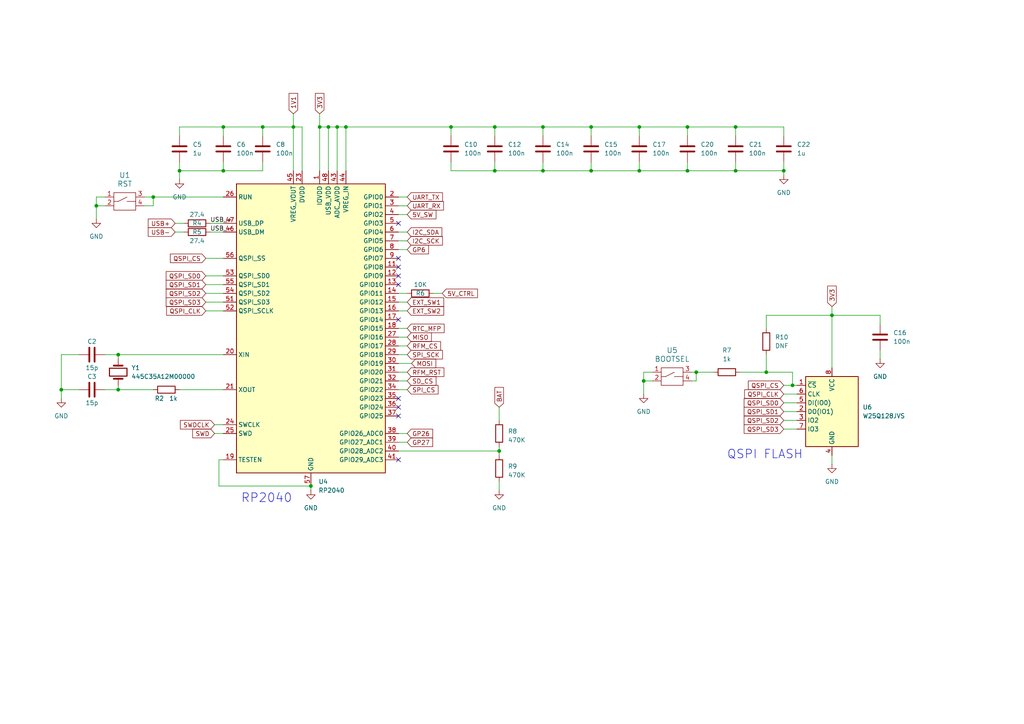
<source format=kicad_sch>
(kicad_sch (version 20231120) (generator "eeschema") (generator_version "8.0")
  (paper "A4")
  (lib_symbols
    (symbol "2024-05-28_14-35-54:PTS526_SK15_SMTR2_LFS" (pin_names (offset 0.254))
      (property "Reference" "U" (at 20.32 10.16 0))
      (property "Value" "PTS526 SK15 SMTR2 LFS" (at 20.32 7.62 0))
      (symbol "PTS526_SK15_SMTR2_LFS_1_1"
        (rectangle (start -3.81 1.27) (end 2.54 -3.81))
        (polyline (pts (xy -3.81 -1.27) (xy -2.54 -1.27)))
        (polyline (pts (xy -2.54 -1.27) (xy 0 0)))
        (polyline (pts (xy 2.54 -1.27) (xy 0 -1.27)))
        (pin passive line (at -6.35 0 0) (length 2.54) (name "") (number "1"))
        (pin passive line (at -6.35 -2.54 0) (length 2.54) (name "") (number "2"))
        (pin passive line (at 5.08 0 180) (length 2.54) (name "") (number "3"))
        (pin passive line (at 5.08 -2.54 180) (length 2.54) (name "") (number "4"))
      )
    )
    (symbol "Device:C" (pin_numbers hide) (pin_names (offset 0.254))
      (property "Reference" "C" (at 0.635 2.54 0))
      (property "Value" "C" (at 0.635 -2.54 0))
      (symbol "C_0_1"
        (polyline (pts (xy -2.032 -0.762) (xy 2.032 -0.762)) (stroke (width 0.508)))
        (polyline (pts (xy -2.032 0.762) (xy 2.032 0.762)) (stroke (width 0.508)))
      )
      (symbol "C_1_1"
        (pin passive line (at 0 3.81 270) (length 2.794) (name "~") (number "1"))
        (pin passive line (at 0 -3.81 90) (length 2.794) (name "~") (number "2"))
      )
    )
    (symbol "Device:Crystal" (pin_numbers hide) (pin_names (offset 1.016) hide)
      (property "Reference" "Y" (at 0 3.81 0))
      (property "Value" "Crystal" (at 0 -3.81 0))
      (symbol "Crystal_0_1"
        (rectangle (start -1.143 2.54) (end 1.143 -2.54) (stroke (width 0.3048)))
        (polyline (pts (xy -2.54 0) (xy -1.905 0)))
        (polyline (pts (xy -1.905 -1.27) (xy -1.905 1.27)) (stroke (width 0.508)))
        (polyline (pts (xy 1.905 -1.27) (xy 1.905 1.27)) (stroke (width 0.508)))
        (polyline (pts (xy 2.54 0) (xy 1.905 0)))
      )
      (symbol "Crystal_1_1"
        (pin passive line (at -3.81 0 0) (length 1.27) (name "1") (number "1"))
        (pin passive line (at 3.81 0 180) (length 1.27) (name "2") (number "2"))
      )
    )
    (symbol "Device:R" (pin_numbers hide) (pin_names (offset 0))
      (property "Reference" "R" (at 2.032 0 90))
      (property "Value" "R" (at 0 0 90))
      (symbol "R_0_1"
        (rectangle (start -1.016 -2.54) (end 1.016 2.54) (stroke (width 0.254)))
      )
      (symbol "R_1_1"
        (pin passive line (at 0 3.81 270) (length 1.27) (name "~") (number "1"))
        (pin passive line (at 0 -3.81 90) (length 1.27) (name "~") (number "2"))
      )
    )
    (symbol "GND_2" (power) (pin_numbers hide) (pin_names (offset 0) hide)
      (property "Value" "GND" (at 0 -3.81 0))
      (symbol "GND_2_0_1"
        (polyline (pts (xy 0 0) (xy 0 -1.27) (xy 1.27 -1.27) (xy 0 -2.54) (xy -1.27 -1.27) (xy 0 -1.27)))
      )
      (symbol "GND_2_1_1"
        (pin power_in line (at 0 0 270) (length 0) (name "~") (number "1"))
      )
    )
    (symbol "MCU_RaspberryPi:RP2040"
      (property "Reference" "U" (at 17.78 45.72 0))
      (property "Value" "RP2040" (at 17.78 43.18 0))
      (symbol "RP2040_0_1"
        (rectangle (start -21.59 41.91) (end 21.59 -41.91) (stroke (width 0.254)) (fill (type background)))
      )
      (symbol "RP2040_1_1"
        (pin power_in line (at 2.54 45.72 270) (length 3.81) (name "IOVDD") (number "1"))
        (pin passive line (at 2.54 45.72 270) (length 3.81) hide (name "IOVDD") (number "10"))
        (pin bidirectional line (at 25.4 17.78 180) (length 3.81) (name "GPIO8") (number "11"))
        (pin bidirectional line (at 25.4 15.24 180) (length 3.81) (name "GPIO9") (number "12"))
        (pin bidirectional line (at 25.4 12.7 180) (length 3.81) (name "GPIO10") (number "13"))
        (pin bidirectional line (at 25.4 10.16 180) (length 3.81) (name "GPIO11") (number "14"))
        (pin bidirectional line (at 25.4 7.62 180) (length 3.81) (name "GPIO12") (number "15"))
        (pin bidirectional line (at 25.4 5.08 180) (length 3.81) (name "GPIO13") (number "16"))
        (pin bidirectional line (at 25.4 2.54 180) (length 3.81) (name "GPIO14") (number "17"))
        (pin bidirectional line (at 25.4 0 180) (length 3.81) (name "GPIO15") (number "18"))
        (pin input line (at -25.4 -38.1 0) (length 3.81) (name "TESTEN") (number "19"))
        (pin bidirectional line (at 25.4 38.1 180) (length 3.81) (name "GPIO0") (number "2"))
        (pin input line (at -25.4 -7.62 0) (length 3.81) (name "XIN") (number "20"))
        (pin passive line (at -25.4 -17.78 0) (length 3.81) (name "XOUT") (number "21"))
        (pin passive line (at 2.54 45.72 270) (length 3.81) hide (name "IOVDD") (number "22"))
        (pin power_in line (at -2.54 45.72 270) (length 3.81) (name "DVDD") (number "23"))
        (pin input line (at -25.4 -27.94 0) (length 3.81) (name "SWCLK") (number "24"))
        (pin bidirectional line (at -25.4 -30.48 0) (length 3.81) (name "SWD") (number "25"))
        (pin input line (at -25.4 38.1 0) (length 3.81) (name "RUN") (number "26"))
        (pin bidirectional line (at 25.4 -2.54 180) (length 3.81) (name "GPIO16") (number "27"))
        (pin bidirectional line (at 25.4 -5.08 180) (length 3.81) (name "GPIO17") (number "28"))
        (pin bidirectional line (at 25.4 -7.62 180) (length 3.81) (name "GPIO18") (number "29"))
        (pin bidirectional line (at 25.4 35.56 180) (length 3.81) (name "GPIO1") (number "3"))
        (pin bidirectional line (at 25.4 -10.16 180) (length 3.81) (name "GPIO19") (number "30"))
        (pin bidirectional line (at 25.4 -12.7 180) (length 3.81) (name "GPIO20") (number "31"))
        (pin bidirectional line (at 25.4 -15.24 180) (length 3.81) (name "GPIO21") (number "32"))
        (pin passive line (at 2.54 45.72 270) (length 3.81) hide (name "IOVDD") (number "33"))
        (pin bidirectional line (at 25.4 -17.78 180) (length 3.81) (name "GPIO22") (number "34"))
        (pin bidirectional line (at 25.4 -20.32 180) (length 3.81) (name "GPIO23") (number "35"))
        (pin bidirectional line (at 25.4 -22.86 180) (length 3.81) (name "GPIO24") (number "36"))
        (pin bidirectional line (at 25.4 -25.4 180) (length 3.81) (name "GPIO25") (number "37"))
        (pin bidirectional line (at 25.4 -30.48 180) (length 3.81) (name "GPIO26_ADC0") (number "38"))
        (pin bidirectional line (at 25.4 -33.02 180) (length 3.81) (name "GPIO27_ADC1") (number "39"))
        (pin bidirectional line (at 25.4 33.02 180) (length 3.81) (name "GPIO2") (number "4"))
        (pin bidirectional line (at 25.4 -35.56 180) (length 3.81) (name "GPIO28_ADC2") (number "40"))
        (pin bidirectional line (at 25.4 -38.1 180) (length 3.81) (name "GPIO29_ADC3") (number "41"))
        (pin passive line (at 2.54 45.72 270) (length 3.81) hide (name "IOVDD") (number "42"))
        (pin power_in line (at 7.62 45.72 270) (length 3.81) (name "ADC_AVDD") (number "43"))
        (pin power_in line (at 10.16 45.72 270) (length 3.81) (name "VREG_IN") (number "44"))
        (pin power_out line (at -5.08 45.72 270) (length 3.81) (name "VREG_VOUT") (number "45"))
        (pin bidirectional line (at -25.4 27.94 0) (length 3.81) (name "USB_DM") (number "46"))
        (pin bidirectional line (at -25.4 30.48 0) (length 3.81) (name "USB_DP") (number "47"))
        (pin power_in line (at 5.08 45.72 270) (length 3.81) (name "USB_VDD") (number "48"))
        (pin passive line (at 2.54 45.72 270) (length 3.81) hide (name "IOVDD") (number "49"))
        (pin bidirectional line (at 25.4 30.48 180) (length 3.81) (name "GPIO3") (number "5"))
        (pin passive line (at -2.54 45.72 270) (length 3.81) hide (name "DVDD") (number "50"))
        (pin bidirectional line (at -25.4 7.62 0) (length 3.81) (name "QSPI_SD3") (number "51"))
        (pin output line (at -25.4 5.08 0) (length 3.81) (name "QSPI_SCLK") (number "52"))
        (pin bidirectional line (at -25.4 15.24 0) (length 3.81) (name "QSPI_SD0") (number "53"))
        (pin bidirectional line (at -25.4 10.16 0) (length 3.81) (name "QSPI_SD2") (number "54"))
        (pin bidirectional line (at -25.4 12.7 0) (length 3.81) (name "QSPI_SD1") (number "55"))
        (pin bidirectional line (at -25.4 20.32 0) (length 3.81) (name "QSPI_SS") (number "56"))
        (pin power_in line (at 0 -45.72 90) (length 3.81) (name "GND") (number "57"))
        (pin bidirectional line (at 25.4 27.94 180) (length 3.81) (name "GPIO4") (number "6"))
        (pin bidirectional line (at 25.4 25.4 180) (length 3.81) (name "GPIO5") (number "7"))
        (pin bidirectional line (at 25.4 22.86 180) (length 3.81) (name "GPIO6") (number "8"))
        (pin bidirectional line (at 25.4 20.32 180) (length 3.81) (name "GPIO7") (number "9"))
      )
    )
    (symbol "Memory_Flash:W25Q128JVS"
      (property "Reference" "U" (at -8.89 8.89 0))
      (property "Value" "W25Q128JVS" (at 7.62 8.89 0))
      (symbol "W25Q128JVS_0_1"
        (rectangle (start -7.62 10.16) (end 7.62 -10.16) (stroke (width 0.254)) (fill (type background)))
      )
      (symbol "W25Q128JVS_1_1"
        (pin input line (at -10.16 7.62 0) (length 2.54) (name "~{CS}") (number "1"))
        (pin bidirectional line (at -10.16 0 0) (length 2.54) (name "DO(IO1)") (number "2"))
        (pin bidirectional line (at -10.16 -2.54 0) (length 2.54) (name "IO2") (number "3"))
        (pin power_in line (at 0 -12.7 90) (length 2.54) (name "GND") (number "4"))
        (pin bidirectional line (at -10.16 2.54 0) (length 2.54) (name "DI(IO0)") (number "5"))
        (pin input line (at -10.16 5.08 0) (length 2.54) (name "CLK") (number "6"))
        (pin bidirectional line (at -10.16 -5.08 0) (length 2.54) (name "IO3") (number "7"))
        (pin power_in line (at 0 12.7 270) (length 2.54) (name "VCC") (number "8"))
      )
    )
    (symbol "PTS526_SK15_SMTR2_LFS_1" (pin_names (offset 0.254))
      (property "Reference" "U" (at 20.32 10.16 0))
      (property "Value" "PTS526 SK15 SMTR2 LFS" (at 20.32 7.62 0))
      (symbol "PTS526_SK15_SMTR2_LFS_1_1_1"
        (rectangle (start -3.81 1.27) (end 2.54 -3.81))
        (polyline (pts (xy -3.81 -1.27) (xy -2.54 -1.27)))
        (polyline (pts (xy -2.54 -1.27) (xy 0 0)))
        (polyline (pts (xy 2.54 -1.27) (xy 0 -1.27)))
        (pin passive line (at -6.35 0 0) (length 2.54) (name "") (number "1"))
        (pin passive line (at -6.35 -2.54 0) (length 2.54) (name "") (number "2"))
        (pin passive line (at 5.08 0 180) (length 2.54) (name "") (number "3"))
        (pin passive line (at 5.08 -2.54 180) (length 2.54) (name "") (number "4"))
      )
    )
    (symbol "power:GND" (power) (pin_numbers hide) (pin_names (offset 0) hide)
      (property "Value" "GND" (at 0 -3.81 0))
      (symbol "GND_0_1"
        (polyline (pts (xy 0 0) (xy 0 -1.27) (xy 1.27 -1.27) (xy 0 -2.54) (xy -1.27 -1.27) (xy 0 -1.27)))
      )
      (symbol "GND_1_1"
        (pin power_in line (at 0 0 270) (length 0) (name "~") (number "1"))
      )
    )
  )
  (junction (at 52.07 49.53))
  (junction (at 185.42 49.53))
  (junction (at 213.36 36.83))
  (junction (at 64.77 36.83))
  (junction (at 171.45 36.83))
  (junction (at 171.45 49.53))
  (junction (at 157.48 36.83))
  (junction (at 90.17 140.97))
  (junction (at 34.29 113.03))
  (junction (at 213.36 49.53))
  (junction (at 130.81 36.83))
  (junction (at 143.51 49.53))
  (junction (at 186.69 110.49))
  (junction (at 199.39 49.53))
  (junction (at 185.42 36.83))
  (junction (at 157.48 49.53))
  (junction (at 85.09 36.83))
  (junction (at 143.51 36.83))
  (junction (at 34.29 102.87))
  (junction (at 76.2 36.83))
  (junction (at 64.77 49.53))
  (junction (at 241.3 91.44))
  (junction (at 100.33 36.83))
  (junction (at 17.78 113.03))
  (junction (at 95.25 36.83))
  (junction (at 201.93 107.95))
  (junction (at 27.94 59.69))
  (junction (at 227.33 49.53))
  (junction (at 199.39 36.83))
  (junction (at 229.87 111.76))
  (junction (at 92.71 36.83))
  (junction (at 97.79 36.83))
  (junction (at 44.45 57.15))
  (junction (at 222.25 107.95))
  (junction (at 144.78 130.81))
  (no_connect (at 115.57 92.71))
  (no_connect (at 115.57 120.65))
  (no_connect (at 115.57 64.77))
  (no_connect (at 115.57 74.93))
  (no_connect (at 115.57 133.35))
  (no_connect (at 115.57 115.57))
  (no_connect (at 115.57 82.55))
  (no_connect (at 115.57 80.01))
  (no_connect (at 115.57 118.11))
  (no_connect (at 115.57 77.47))
  (wire (pts (xy 59.69 74.93) (xy 64.77 74.93)))
  (wire (pts (xy 241.3 91.44) (xy 241.3 88.9)))
  (wire (pts (xy 62.23 125.73) (xy 64.77 125.73)))
  (wire (pts (xy 64.77 36.83) (xy 52.07 36.83)))
  (wire (pts (xy 64.77 36.83) (xy 64.77 39.37)))
  (wire (pts (xy 27.94 57.15) (xy 30.48 57.15)))
  (wire (pts (xy 100.33 36.83) (xy 130.81 36.83)))
  (wire (pts (xy 87.63 36.83) (xy 87.63 49.53)))
  (wire (pts (xy 144.78 130.81) (xy 144.78 132.08)))
  (wire (pts (xy 115.57 72.39) (xy 118.11 72.39)))
  (wire (pts (xy 17.78 113.03) (xy 17.78 115.57)))
  (wire (pts (xy 59.69 82.55) (xy 64.77 82.55)))
  (wire (pts (xy 59.69 80.01) (xy 64.77 80.01)))
  (wire (pts (xy 85.09 33.02) (xy 85.09 36.83)))
  (wire (pts (xy 85.09 49.53) (xy 85.09 36.83)))
  (wire (pts (xy 227.33 116.84) (xy 231.14 116.84)))
  (wire (pts (xy 115.57 95.25) (xy 118.11 95.25)))
  (wire (pts (xy 255.27 101.6) (xy 255.27 104.14)))
  (wire (pts (xy 222.25 107.95) (xy 229.87 107.95)))
  (wire (pts (xy 186.69 107.95) (xy 186.69 110.49)))
  (wire (pts (xy 115.57 105.41) (xy 119.38 105.41)))
  (wire (pts (xy 27.94 59.69) (xy 30.48 59.69)))
  (wire (pts (xy 227.33 36.83) (xy 227.33 39.37)))
  (wire (pts (xy 34.29 104.14) (xy 34.29 102.87)))
  (wire (pts (xy 115.57 110.49) (xy 118.11 110.49)))
  (wire (pts (xy 115.57 69.85) (xy 118.11 69.85)))
  (wire (pts (xy 34.29 113.03) (xy 44.45 113.03)))
  (wire (pts (xy 34.29 102.87) (xy 30.48 102.87)))
  (wire (pts (xy 125.73 85.09) (xy 128.27 85.09)))
  (wire (pts (xy 255.27 93.98) (xy 255.27 91.44)))
  (wire (pts (xy 130.81 36.83) (xy 143.51 36.83)))
  (wire (pts (xy 92.71 33.02) (xy 92.71 36.83)))
  (wire (pts (xy 115.57 97.79) (xy 118.11 97.79)))
  (wire (pts (xy 144.78 118.11) (xy 144.78 121.92)))
  (wire (pts (xy 199.39 49.53) (xy 213.36 49.53)))
  (wire (pts (xy 63.5 133.35) (xy 63.5 140.97)))
  (wire (pts (xy 222.25 107.95) (xy 214.63 107.95)))
  (wire (pts (xy 97.79 36.83) (xy 97.79 49.53)))
  (wire (pts (xy 143.51 36.83) (xy 157.48 36.83)))
  (wire (pts (xy 227.33 124.46) (xy 231.14 124.46)))
  (wire (pts (xy 63.5 140.97) (xy 90.17 140.97)))
  (wire (pts (xy 115.57 128.27) (xy 118.11 128.27)))
  (wire (pts (xy 41.91 59.69) (xy 44.45 59.69)))
  (wire (pts (xy 213.36 49.53) (xy 227.33 49.53)))
  (wire (pts (xy 229.87 107.95) (xy 229.87 111.76)))
  (wire (pts (xy 60.96 67.31) (xy 64.77 67.31)))
  (wire (pts (xy 157.48 49.53) (xy 171.45 49.53)))
  (wire (pts (xy 130.81 49.53) (xy 143.51 49.53)))
  (wire (pts (xy 92.71 49.53) (xy 92.71 36.83)))
  (wire (pts (xy 115.57 87.63) (xy 118.11 87.63)))
  (wire (pts (xy 227.33 121.92) (xy 231.14 121.92)))
  (wire (pts (xy 144.78 129.54) (xy 144.78 130.81)))
  (wire (pts (xy 199.39 36.83) (xy 213.36 36.83)))
  (wire (pts (xy 115.57 113.03) (xy 118.11 113.03)))
  (wire (pts (xy 115.57 59.69) (xy 118.11 59.69)))
  (wire (pts (xy 41.91 57.15) (xy 44.45 57.15)))
  (wire (pts (xy 85.09 36.83) (xy 76.2 36.83)))
  (wire (pts (xy 76.2 36.83) (xy 64.77 36.83)))
  (wire (pts (xy 227.33 49.53) (xy 227.33 50.8)))
  (wire (pts (xy 171.45 46.99) (xy 171.45 49.53)))
  (wire (pts (xy 185.42 36.83) (xy 199.39 36.83)))
  (wire (pts (xy 76.2 36.83) (xy 76.2 39.37)))
  (wire (pts (xy 115.57 67.31) (xy 118.11 67.31)))
  (wire (pts (xy 59.69 87.63) (xy 64.77 87.63)))
  (wire (pts (xy 185.42 49.53) (xy 199.39 49.53)))
  (wire (pts (xy 95.25 36.83) (xy 97.79 36.83)))
  (wire (pts (xy 227.33 111.76) (xy 229.87 111.76)))
  (wire (pts (xy 227.33 49.53) (xy 227.33 46.99)))
  (wire (pts (xy 59.69 90.17) (xy 64.77 90.17)))
  (wire (pts (xy 115.57 107.95) (xy 118.11 107.95)))
  (wire (pts (xy 64.77 49.53) (xy 52.07 49.53)))
  (wire (pts (xy 222.25 102.87) (xy 222.25 107.95)))
  (wire (pts (xy 157.48 46.99) (xy 157.48 49.53)))
  (wire (pts (xy 157.48 36.83) (xy 157.48 39.37)))
  (wire (pts (xy 143.51 36.83) (xy 143.51 39.37)))
  (wire (pts (xy 60.96 64.77) (xy 64.77 64.77)))
  (wire (pts (xy 171.45 49.53) (xy 185.42 49.53)))
  (wire (pts (xy 199.39 46.99) (xy 199.39 49.53)))
  (wire (pts (xy 115.57 100.33) (xy 118.11 100.33)))
  (wire (pts (xy 229.87 111.76) (xy 231.14 111.76)))
  (wire (pts (xy 157.48 36.83) (xy 171.45 36.83)))
  (wire (pts (xy 171.45 36.83) (xy 171.45 39.37)))
  (wire (pts (xy 52.07 36.83) (xy 52.07 39.37)))
  (wire (pts (xy 50.8 67.31) (xy 53.34 67.31)))
  (wire (pts (xy 50.8 64.77) (xy 53.34 64.77)))
  (wire (pts (xy 76.2 49.53) (xy 64.77 49.53)))
  (wire (pts (xy 255.27 91.44) (xy 241.3 91.44)))
  (wire (pts (xy 130.81 36.83) (xy 130.81 39.37)))
  (wire (pts (xy 44.45 57.15) (xy 64.77 57.15)))
  (wire (pts (xy 44.45 59.69) (xy 44.45 57.15)))
  (wire (pts (xy 130.81 46.99) (xy 130.81 49.53)))
  (wire (pts (xy 227.33 119.38) (xy 231.14 119.38)))
  (wire (pts (xy 59.69 85.09) (xy 64.77 85.09)))
  (wire (pts (xy 222.25 91.44) (xy 241.3 91.44)))
  (wire (pts (xy 115.57 62.23) (xy 118.11 62.23)))
  (wire (pts (xy 115.57 85.09) (xy 118.11 85.09)))
  (wire (pts (xy 34.29 102.87) (xy 64.77 102.87)))
  (wire (pts (xy 144.78 139.7) (xy 144.78 142.24)))
  (wire (pts (xy 64.77 133.35) (xy 63.5 133.35)))
  (wire (pts (xy 227.33 114.3) (xy 231.14 114.3)))
  (wire (pts (xy 34.29 113.03) (xy 30.48 113.03)))
  (wire (pts (xy 200.66 107.95) (xy 201.93 107.95)))
  (wire (pts (xy 22.86 102.87) (xy 17.78 102.87)))
  (wire (pts (xy 92.71 36.83) (xy 95.25 36.83)))
  (wire (pts (xy 115.57 57.15) (xy 118.11 57.15)))
  (wire (pts (xy 213.36 46.99) (xy 213.36 49.53)))
  (wire (pts (xy 171.45 36.83) (xy 185.42 36.83)))
  (wire (pts (xy 27.94 59.69) (xy 27.94 63.5)))
  (wire (pts (xy 115.57 130.81) (xy 144.78 130.81)))
  (wire (pts (xy 17.78 102.87) (xy 17.78 113.03)))
  (wire (pts (xy 115.57 125.73) (xy 118.11 125.73)))
  (wire (pts (xy 186.69 107.95) (xy 189.23 107.95)))
  (wire (pts (xy 241.3 91.44) (xy 241.3 106.68)))
  (wire (pts (xy 17.78 113.03) (xy 22.86 113.03)))
  (wire (pts (xy 186.69 110.49) (xy 186.69 114.3)))
  (wire (pts (xy 201.93 110.49) (xy 201.93 107.95)))
  (wire (pts (xy 200.66 110.49) (xy 201.93 110.49)))
  (wire (pts (xy 143.51 49.53) (xy 157.48 49.53)))
  (wire (pts (xy 241.3 132.08) (xy 241.3 134.62)))
  (wire (pts (xy 115.57 102.87) (xy 118.11 102.87)))
  (wire (pts (xy 185.42 46.99) (xy 185.42 49.53)))
  (wire (pts (xy 90.17 140.97) (xy 90.17 142.24)))
  (wire (pts (xy 87.63 36.83) (xy 85.09 36.83)))
  (wire (pts (xy 62.23 123.19) (xy 64.77 123.19)))
  (wire (pts (xy 76.2 46.99) (xy 76.2 49.53)))
  (wire (pts (xy 222.25 95.25) (xy 222.25 91.44)))
  (wire (pts (xy 213.36 36.83) (xy 213.36 39.37)))
  (wire (pts (xy 201.93 107.95) (xy 207.01 107.95)))
  (wire (pts (xy 115.57 90.17) (xy 118.11 90.17)))
  (wire (pts (xy 52.07 113.03) (xy 64.77 113.03)))
  (wire (pts (xy 199.39 36.83) (xy 199.39 39.37)))
  (wire (pts (xy 95.25 36.83) (xy 95.25 49.53)))
  (wire (pts (xy 64.77 46.99) (xy 64.77 49.53)))
  (wire (pts (xy 185.42 36.83) (xy 185.42 39.37)))
  (wire (pts (xy 143.51 46.99) (xy 143.51 49.53)))
  (wire (pts (xy 52.07 49.53) (xy 52.07 46.99)))
  (wire (pts (xy 27.94 57.15) (xy 27.94 59.69)))
  (wire (pts (xy 100.33 36.83) (xy 100.33 49.53)))
  (wire (pts (xy 213.36 36.83) (xy 227.33 36.83)))
  (wire (pts (xy 186.69 110.49) (xy 189.23 110.49)))
  (wire (pts (xy 52.07 49.53) (xy 52.07 52.07)))
  (wire (pts (xy 97.79 36.83) (xy 100.33 36.83)))
  (wire (pts (xy 34.29 111.76) (xy 34.29 113.03)))
  (text "RP2040" (at 69.85 146.05 0) (effects (font (size 2.54 2.54)) (justify left bottom)))
  (text "QSPI FLASH" (at 210.82 133.35 0) (effects (font (size 2.5 2.5)) (justify left bottom)))
  (label "USB_-" (at 60.96 67.31 0))
  (label "USB_+" (at 60.96 64.77 0))
  (global_label "SPI_SCK" (shape input) (at 118.11 102.87 0) (property "Intersheetrefs" "${INTERSHEET_REFS}" (effects (hide yes))))
  (global_label "GP6" (shape input) (at 118.11 72.39 0) (property "Intersheetrefs" "${INTERSHEET_REFS}" (effects (hide yes))))
  (global_label "SPI_CS" (shape input) (at 118.11 113.03 0) (property "Intersheetrefs" "${INTERSHEET_REFS}" (effects (hide yes))))
  (global_label "RFM_RST" (shape input) (at 118.11 107.95 0) (property "Intersheetrefs" "${INTERSHEET_REFS}" (effects (hide yes))))
  (global_label "SWDCLK" (shape input) (at 62.23 123.19 180) (property "Intersheetrefs" "${INTERSHEET_REFS}" (effects (hide yes))))
  (global_label "5V_SW" (shape input) (at 118.11 62.23 0) (property "Intersheetrefs" "${INTERSHEET_REFS}" (effects (hide yes))))
  (global_label "QSPI_CS" (shape input) (at 59.69 74.93 180) (property "Intersheetrefs" "${INTERSHEET_REFS}" (effects (hide yes))))
  (global_label "UART_TX" (shape input) (at 118.11 57.15 0) (property "Intersheetrefs" "${INTERSHEET_REFS}" (effects (hide yes))))
  (global_label "RFM_CS" (shape input) (at 118.11 100.33 0) (property "Intersheetrefs" "${INTERSHEET_REFS}" (effects (hide yes))))
  (global_label "UART_RX" (shape input) (at 118.11 59.69 0) (property "Intersheetrefs" "${INTERSHEET_REFS}" (effects (hide yes))))
  (global_label "BAT" (shape input) (at 144.78 118.11 90) (property "Intersheetrefs" "${INTERSHEET_REFS}" (effects (hide yes))))
  (global_label "RTC_MFP" (shape input) (at 118.11 95.25 0) (property "Intersheetrefs" "${INTERSHEET_REFS}" (effects (hide yes))))
  (global_label "QSPI_SD1" (shape input) (at 59.69 82.55 180) (property "Intersheetrefs" "${INTERSHEET_REFS}" (effects (hide yes))))
  (global_label "QSPI_SD0" (shape input) (at 59.69 80.01 180) (property "Intersheetrefs" "${INTERSHEET_REFS}" (effects (hide yes))))
  (global_label "QSPI_SD0" (shape input) (at 227.33 116.84 180) (property "Intersheetrefs" "${INTERSHEET_REFS}" (effects (hide yes))))
  (global_label "QSPI_CS" (shape input) (at 227.33 111.76 180) (property "Intersheetrefs" "${INTERSHEET_REFS}" (effects (hide yes))))
  (global_label "MISO" (shape input) (at 118.11 97.79 0) (property "Intersheetrefs" "${INTERSHEET_REFS}" (effects (hide yes))))
  (global_label "USB+" (shape input) (at 50.8 64.77 180) (property "Intersheetrefs" "${INTERSHEET_REFS}" (effects (hide yes))))
  (global_label "QSPI_SD3" (shape input) (at 227.33 124.46 180) (property "Intersheetrefs" "${INTERSHEET_REFS}" (effects (hide yes))))
  (global_label "QSPI_SD2" (shape input) (at 227.33 121.92 180) (property "Intersheetrefs" "${INTERSHEET_REFS}" (effects (hide yes))))
  (global_label "I2C_SDA" (shape input) (at 118.11 67.31 0) (property "Intersheetrefs" "${INTERSHEET_REFS}" (effects (hide yes))))
  (global_label "EXT_SW2" (shape input) (at 118.11 90.17 0) (property "Intersheetrefs" "${INTERSHEET_REFS}" (effects (hide yes))))
  (global_label "3V3" (shape input) (at 92.71 33.02 90) (property "Intersheetrefs" "${INTERSHEET_REFS}" (effects (hide yes))))
  (global_label "5V_CTRL" (shape input) (at 128.27 85.09 0) (property "Intersheetrefs" "${INTERSHEET_REFS}" (effects (hide yes))))
  (global_label "3V3" (shape input) (at 241.3 88.9 90) (property "Intersheetrefs" "${INTERSHEET_REFS}" (effects (hide yes))))
  (global_label "QSPI_SD2" (shape input) (at 59.69 85.09 180) (property "Intersheetrefs" "${INTERSHEET_REFS}" (effects (hide yes))))
  (global_label "SD_CS" (shape input) (at 118.11 110.49 0) (property "Intersheetrefs" "${INTERSHEET_REFS}" (effects (hide yes))))
  (global_label "MOSI" (shape input) (at 119.38 105.41 0) (property "Intersheetrefs" "${INTERSHEET_REFS}" (effects (hide yes))))
  (global_label "GP26" (shape input) (at 118.11 125.73 0) (property "Intersheetrefs" "${INTERSHEET_REFS}" (effects (hide yes))))
  (global_label "EXT_SW1" (shape input) (at 118.11 87.63 0) (property "Intersheetrefs" "${INTERSHEET_REFS}" (effects (hide yes))))
  (global_label "QSPI_CLK" (shape input) (at 59.69 90.17 180) (property "Intersheetrefs" "${INTERSHEET_REFS}" (effects (hide yes))))
  (global_label "QSPI_SD3" (shape input) (at 59.69 87.63 180) (property "Intersheetrefs" "${INTERSHEET_REFS}" (effects (hide yes))))
  (global_label "SWD" (shape input) (at 62.23 125.73 180) (property "Intersheetrefs" "${INTERSHEET_REFS}" (effects (hide yes))))
  (global_label "GP27" (shape input) (at 118.11 128.27 0) (property "Intersheetrefs" "${INTERSHEET_REFS}" (effects (hide yes))))
  (global_label "QSPI_SD1" (shape input) (at 227.33 119.38 180) (property "Intersheetrefs" "${INTERSHEET_REFS}" (effects (hide yes))))
  (global_label "QSPI_CLK" (shape input) (at 227.33 114.3 180) (property "Intersheetrefs" "${INTERSHEET_REFS}" (effects (hide yes))))
  (global_label "I2C_SCK" (shape input) (at 118.11 69.85 0) (property "Intersheetrefs" "${INTERSHEET_REFS}" (effects (hide yes))))
  (global_label "USB-" (shape input) (at 50.8 67.31 180) (property "Intersheetrefs" "${INTERSHEET_REFS}" (effects (hide yes))))
  (global_label "1V1" (shape input) (at 85.09 33.02 90) (property "Intersheetrefs" "${INTERSHEET_REFS}" (effects (hide yes))))
  (symbol (lib_id "Device:C") (at 185.42 43.18 0) (unit 1)
    (property "Reference" "C17" (at 189.23 41.91 0) (effects (justify left)))
    (property "Value" "100n" (at 189.23 44.45 0) (effects (justify left)))
    (property "Footprint" "Capacitor_SMD:C_0402_1005Metric_Pad0.74x0.62mm_HandSolder" (effects (hide yes)))
  )
  (symbol (lib_name "GND_2") (lib_id "power:GND") (at 52.07 52.07 0) (unit 1)
    (property "Reference" "#PWR05" (effects (hide yes)))
    (property "Value" "GND" (at 52.07 57.15 0))
    (property "Description" "Power symbol creates a global label with name \"GND\" , ground" (effects (hide yes)))
  )
  (symbol (lib_id "Device:C") (at 213.36 43.18 0) (unit 1)
    (property "Reference" "C21" (at 217.17 41.91 0) (effects (justify left)))
    (property "Value" "100n" (at 217.17 44.45 0) (effects (justify left)))
    (property "Footprint" "Capacitor_SMD:C_0402_1005Metric_Pad0.74x0.62mm_HandSolder" (effects (hide yes)))
  )
  (symbol (lib_name "GND_2") (lib_id "power:GND") (at 241.3 134.62 0) (unit 1)
    (property "Reference" "#PWR010" (effects (hide yes)))
    (property "Value" "GND" (at 241.3 139.7 0))
    (property "Description" "Power symbol creates a global label with name \"GND\" , ground" (effects (hide yes)))
  )
  (symbol (lib_name "PTS526_SK15_SMTR2_LFS_1") (lib_id "2024-05-28_14-35-54:PTS526_SK15_SMTR2_LFS") (at 36.83 57.15 0) (unit 1)
    (property "Reference" "U1" (at 36.195 50.8 0) (effects (font (size 1.524 1.524))))
    (property "Value" "RST" (at 36.195 53.34 0) (effects (font (size 1.524 1.524))))
    (property "Footprint" "pts526:SMT_FS" (effects (hide yes)))
    (property "Datasheet" "PTS526 SK15 SMTR2 LFS" (effects (hide yes)))
  )
  (symbol (lib_id "Device:C") (at 227.33 43.18 0) (unit 1)
    (property "Reference" "C22" (at 231.14 41.91 0) (effects (justify left)))
    (property "Value" "1u" (at 231.14 44.45 0) (effects (justify left)))
    (property "Footprint" "Capacitor_SMD:C_0805_2012Metric_Pad1.18x1.45mm_HandSolder" (effects (hide yes)))
  )
  (symbol (lib_name "GND_2") (lib_id "power:GND") (at 255.27 104.14 0) (unit 1)
    (property "Reference" "#PWR012" (effects (hide yes)))
    (property "Value" "GND" (at 255.27 109.22 0))
    (property "Description" "Power symbol creates a global label with name \"GND\" , ground" (effects (hide yes)))
  )
  (symbol (lib_id "Device:C") (at 143.51 43.18 0) (unit 1)
    (property "Reference" "C12" (at 147.32 41.91 0) (effects (justify left)))
    (property "Value" "100n" (at 147.32 44.45 0) (effects (justify left)))
    (property "Footprint" "Capacitor_SMD:C_0402_1005Metric_Pad0.74x0.62mm_HandSolder" (effects (hide yes)))
  )
  (symbol (lib_id "Device:R") (at 210.82 107.95 90) (unit 1)
    (property "Reference" "R7" (at 210.82 101.6 90))
    (property "Value" "1k" (at 210.82 104.14 90))
    (property "Footprint" "Resistor_SMD:R_0805_2012Metric_Pad1.20x1.40mm_HandSolder" (effects (hide yes)))
  )
  (symbol (lib_id "Device:R") (at 144.78 135.89 0) (unit 1)
    (property "Reference" "R9" (at 147.32 135.255 0) (effects (justify left)))
    (property "Value" "470K" (at 147.32 137.795 0) (effects (justify left)))
    (property "Footprint" "Resistor_SMD:R_0805_2012Metric_Pad1.20x1.40mm_HandSolder" (effects (hide yes)))
  )
  (symbol (lib_name "GND_2") (lib_id "power:GND") (at 144.78 142.24 0) (unit 1)
    (property "Reference" "#PWR09" (effects (hide yes)))
    (property "Value" "GND" (at 144.78 147.32 0))
    (property "Description" "Power symbol creates a global label with name \"GND\" , ground" (effects (hide yes)))
  )
  (symbol (lib_id "Device:Crystal") (at 34.29 107.95 90) (unit 1)
    (property "Reference" "Y1" (at 38.1 106.68 90) (effects (justify right)))
    (property "Value" "445C35A12M00000" (at 38.1 109.22 90) (effects (justify right)))
    (property "Footprint" "custom:XTAL-445" (effects (hide yes)))
  )
  (symbol (lib_name "GND_2") (lib_id "power:GND") (at 90.17 142.24 0) (unit 1)
    (property "Reference" "#PWR07" (effects (hide yes)))
    (property "Value" "GND" (at 90.17 147.32 0))
    (property "Description" "Power symbol creates a global label with name \"GND\" , ground" (effects (hide yes)))
  )
  (symbol (lib_id "Device:C") (at 64.77 43.18 0) (unit 1)
    (property "Reference" "C6" (at 68.58 41.91 0) (effects (justify left)))
    (property "Value" "100n" (at 68.58 44.45 0) (effects (justify left)))
    (property "Footprint" "Capacitor_SMD:C_0402_1005Metric_Pad0.74x0.62mm_HandSolder" (effects (hide yes)))
  )
  (symbol (lib_id "Device:R") (at 57.15 67.31 90) (unit 1)
    (property "Reference" "R5" (at 57.15 67.31 90))
    (property "Value" "27.4" (at 57.15 69.85 90))
    (property "Footprint" "Resistor_SMD:R_0805_2012Metric_Pad1.20x1.40mm_HandSolder" (effects (hide yes)))
  )
  (symbol (lib_id "Memory_Flash:W25Q128JVS") (at 241.3 119.38 0) (unit 1)
    (property "Reference" "U6" (at 250.19 118.11 0) (effects (justify left)))
    (property "Value" "W25Q128JVS" (at 250.19 120.65 0) (effects (justify left)))
    (property "Footprint" "Package_SO:SOIC-8_5.23x5.23mm_P1.27mm" (effects (hide yes)))
    (property "Datasheet" "http://www.winbond.com/resource-files/w25q128jv_dtr%20revc%2003272018%20plus.pdf" (effects (hide yes)))
  )
  (symbol (lib_id "MCU_RaspberryPi:RP2040") (at 90.17 95.25 0) (unit 1)
    (property "Reference" "U4" (at 92.3641 139.7 0) (effects (justify left)))
    (property "Value" "RP2040" (at 92.3641 142.24 0) (effects (justify left)))
    (property "Footprint" "Package_DFN_QFN:QFN-56-1EP_7x7mm_P0.4mm_EP3.2x3.2mm" (effects (hide yes)))
    (property "Datasheet" "https://datasheets.raspberrypi.com/rp2040/rp2040-datasheet.pdf" (effects (hide yes)))
  )
  (symbol (lib_id "Device:R") (at 48.26 113.03 90) (unit 1)
    (property "Reference" "R2" (at 46.228 115.57 90))
    (property "Value" "1k" (at 50.292 115.57 90))
    (property "Footprint" "Resistor_SMD:R_0805_2012Metric_Pad1.20x1.40mm_HandSolder" (effects (hide yes)))
    (property "Description" "Resistor" (effects (hide yes)))
  )
  (symbol (lib_name "GND_2") (lib_id "power:GND") (at 17.78 115.57 0) (unit 1)
    (property "Reference" "#PWR02" (effects (hide yes)))
    (property "Value" "GND" (at 17.78 120.65 0))
    (property "Description" "Power symbol creates a global label with name \"GND\" , ground" (effects (hide yes)))
  )
  (symbol (lib_id "Device:C") (at 171.45 43.18 0) (unit 1)
    (property "Reference" "C15" (at 175.26 41.91 0) (effects (justify left)))
    (property "Value" "100n" (at 175.26 44.45 0) (effects (justify left)))
    (property "Footprint" "Capacitor_SMD:C_0402_1005Metric_Pad0.74x0.62mm_HandSolder" (effects (hide yes)))
  )
  (symbol (lib_id "Device:C") (at 157.48 43.18 0) (unit 1)
    (property "Reference" "C14" (at 161.29 41.91 0) (effects (justify left)))
    (property "Value" "100n" (at 161.29 44.45 0) (effects (justify left)))
    (property "Footprint" "Capacitor_SMD:C_0402_1005Metric_Pad0.74x0.62mm_HandSolder" (effects (hide yes)))
  )
  (symbol (lib_id "Device:C") (at 130.81 43.18 0) (unit 1)
    (property "Reference" "C10" (at 134.62 41.91 0) (effects (justify left)))
    (property "Value" "100n" (at 134.62 44.45 0) (effects (justify left)))
    (property "Footprint" "Capacitor_SMD:C_0402_1005Metric_Pad0.74x0.62mm_HandSolder" (effects (hide yes)))
  )
  (symbol (lib_id "Device:C") (at 52.07 43.18 0) (unit 1)
    (property "Reference" "C5" (at 55.88 41.91 0) (effects (justify left)))
    (property "Value" "1u" (at 55.88 44.45 0) (effects (justify left)))
    (property "Footprint" "Capacitor_SMD:C_0805_2012Metric_Pad1.18x1.45mm_HandSolder" (effects (hide yes)))
  )
  (symbol (lib_id "Device:C") (at 76.2 43.18 0) (unit 1)
    (property "Reference" "C8" (at 80.01 41.91 0) (effects (justify left)))
    (property "Value" "100n" (at 80.01 44.45 0) (effects (justify left)))
    (property "Footprint" "Capacitor_SMD:C_0402_1005Metric_Pad0.74x0.62mm_HandSolder" (effects (hide yes)))
  )
  (symbol (lib_id "Device:C") (at 26.67 113.03 90) (unit 1)
    (property "Reference" "C3" (at 26.67 109.22 90))
    (property "Value" "15p" (at 26.67 116.84 90))
    (property "Footprint" "Capacitor_SMD:C_0402_1005Metric_Pad0.74x0.62mm_HandSolder" (effects (hide yes)))
  )
  (symbol (lib_name "GND_2") (lib_id "power:GND") (at 27.94 63.5 0) (unit 1)
    (property "Reference" "#PWR03" (effects (hide yes)))
    (property "Value" "GND" (at 27.94 68.58 0))
    (property "Description" "Power symbol creates a global label with name \"GND\" , ground" (effects (hide yes)))
  )
  (symbol (lib_id "Device:R") (at 222.25 99.06 0) (unit 1)
    (property "Reference" "R10" (at 224.79 97.79 0) (effects (justify left)))
    (property "Value" "DNF" (at 224.79 100.33 0) (effects (justify left)))
    (property "Footprint" "Resistor_SMD:R_0805_2012Metric_Pad1.20x1.40mm_HandSolder" (effects (hide yes)))
  )
  (symbol (lib_id "Device:C") (at 26.67 102.87 90) (unit 1)
    (property "Reference" "C2" (at 26.67 99.06 90))
    (property "Value" "15p" (at 26.67 106.68 90))
    (property "Footprint" "Capacitor_SMD:C_0402_1005Metric_Pad0.74x0.62mm_HandSolder" (effects (hide yes)))
  )
  (symbol (lib_id "power:GND") (at 227.33 50.8 0) (unit 1)
    (property "Reference" "#PWR016" (effects (hide yes)))
    (property "Value" "GND" (at 227.33 55.88 0))
    (property "Description" "Power symbol creates a global label with name \"GND\" , ground" (effects (hide yes)))
  )
  (symbol (lib_id "Device:R") (at 144.78 125.73 0) (unit 1)
    (property "Reference" "R8" (at 147.32 125.095 0) (effects (justify left)))
    (property "Value" "470K" (at 147.32 127.635 0) (effects (justify left)))
    (property "Footprint" "Resistor_SMD:R_0805_2012Metric_Pad1.20x1.40mm_HandSolder" (effects (hide yes)))
  )
  (symbol (lib_id "Device:R") (at 121.92 85.09 90) (unit 1)
    (property "Reference" "R6" (at 121.92 85.09 90))
    (property "Value" "10K" (at 121.92 82.55 90))
    (property "Footprint" "Resistor_SMD:R_0805_2012Metric_Pad1.20x1.40mm_HandSolder" (effects (hide yes)))
  )
  (symbol (lib_id "Device:C") (at 255.27 97.79 0) (unit 1)
    (property "Reference" "C16" (at 259.08 96.52 0) (effects (justify left)))
    (property "Value" "100n" (at 259.08 99.06 0) (effects (justify left)))
    (property "Footprint" "Capacitor_SMD:C_0402_1005Metric_Pad0.74x0.62mm_HandSolder" (effects (hide yes)))
  )
  (symbol (lib_id "Device:R") (at 57.15 64.77 90) (unit 1)
    (property "Reference" "R4" (at 57.15 64.77 90))
    (property "Value" "27.4" (at 57.15 62.23 90))
    (property "Footprint" "Resistor_SMD:R_0805_2012Metric_Pad1.20x1.40mm_HandSolder" (effects (hide yes)))
  )
  (symbol (lib_id "2024-05-28_14-35-54:PTS526_SK15_SMTR2_LFS") (at 195.58 107.95 0) (unit 1)
    (property "Reference" "U5" (at 194.945 101.6 0) (effects (font (size 1.524 1.524))))
    (property "Value" "BOOTSEL" (at 194.945 104.14 0) (effects (font (size 1.524 1.524))))
    (property "Footprint" "pts526:SMT_FS" (effects (hide yes)))
    (property "Datasheet" "PTS526 SK15 SMTR2 LFS" (effects (hide yes)))
  )
  (symbol (lib_id "Device:C") (at 199.39 43.18 0) (unit 1)
    (property "Reference" "C20" (at 203.2 41.91 0) (effects (justify left)))
    (property "Value" "100n" (at 203.2 44.45 0) (effects (justify left)))
    (property "Footprint" "Capacitor_SMD:C_0402_1005Metric_Pad0.74x0.62mm_HandSolder" (effects (hide yes)))
  )
  (symbol (lib_name "GND_2") (lib_id "power:GND") (at 186.69 114.3 0) (unit 1)
    (property "Reference" "#PWR08" (effects (hide yes)))
    (property "Value" "GND" (at 186.69 119.38 0))
    (property "Description" "Power symbol creates a global label with name \"GND\" , ground" (effects (hide yes)))
  )
)
</source>
